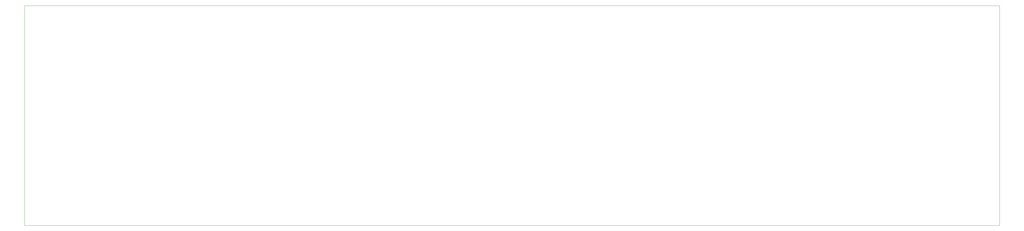
<source format=gbr>
%TF.GenerationSoftware,KiCad,Pcbnew,(6.0.10)*%
%TF.CreationDate,2023-02-22T22:23:04-03:00*%
%TF.ProjectId,SevenSegmentClock,53657665-6e53-4656-976d-656e74436c6f,rev?*%
%TF.SameCoordinates,Original*%
%TF.FileFunction,Profile,NP*%
%FSLAX46Y46*%
G04 Gerber Fmt 4.6, Leading zero omitted, Abs format (unit mm)*
G04 Created by KiCad (PCBNEW (6.0.10)) date 2023-02-22 22:23:04*
%MOMM*%
%LPD*%
G01*
G04 APERTURE LIST*
%TA.AperFunction,Profile*%
%ADD10C,0.100000*%
%TD*%
G04 APERTURE END LIST*
D10*
X48615600Y-151511000D02*
X385597400Y-151511000D01*
X385597400Y-151511000D02*
X385597400Y-75387200D01*
X385597400Y-75387200D02*
X48615600Y-75387200D01*
X48615600Y-75387200D02*
X48615600Y-151511000D01*
M02*

</source>
